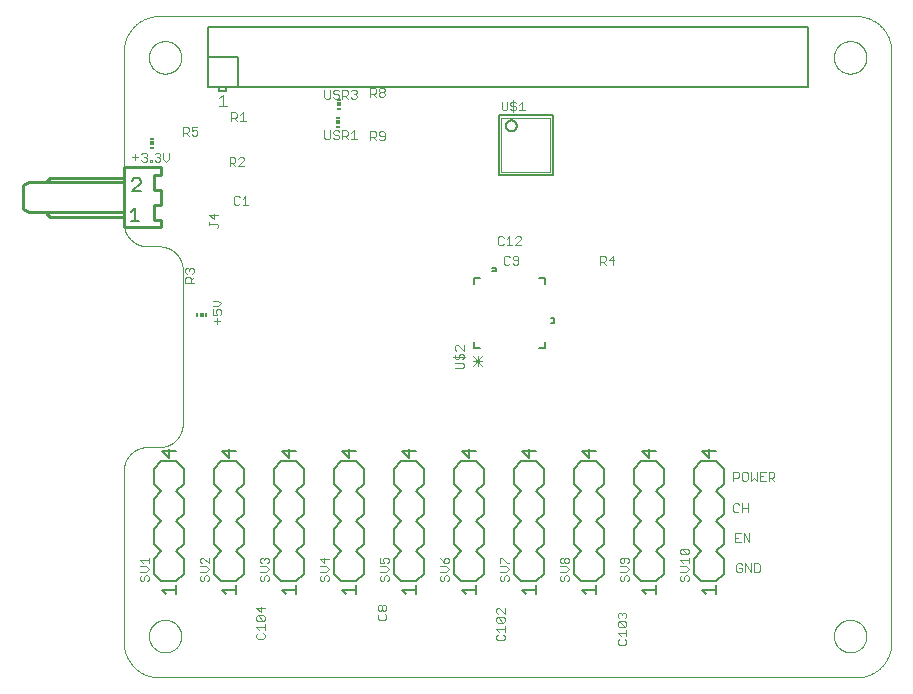
<source format=gto>
G75*
%MOIN*%
%OFA0B0*%
%FSLAX25Y25*%
%IPPOS*%
%LPD*%
%AMOC8*
5,1,8,0,0,1.08239X$1,22.5*
%
%ADD10C,0.00300*%
%ADD11C,0.00000*%
%ADD12C,0.00500*%
%ADD13C,0.00400*%
%ADD14C,0.00600*%
%ADD15R,0.01181X0.00591*%
%ADD16R,0.01181X0.01181*%
%ADD17C,0.01000*%
%ADD18C,0.00700*%
%ADD19R,0.00591X0.01181*%
%ADD20C,0.00200*%
D10*
X0040448Y0037634D02*
X0040931Y0037150D01*
X0041415Y0037150D01*
X0041899Y0037634D01*
X0041899Y0038601D01*
X0042383Y0039085D01*
X0042866Y0039085D01*
X0043350Y0038601D01*
X0043350Y0037634D01*
X0042866Y0037150D01*
X0040448Y0037634D02*
X0040448Y0038601D01*
X0040931Y0039085D01*
X0040448Y0040097D02*
X0042383Y0040097D01*
X0043350Y0041064D01*
X0042383Y0042031D01*
X0040448Y0042031D01*
X0041415Y0043043D02*
X0040448Y0044011D01*
X0043350Y0044011D01*
X0043350Y0044978D02*
X0043350Y0043043D01*
X0060448Y0043527D02*
X0060931Y0043043D01*
X0060448Y0043527D02*
X0060448Y0044494D01*
X0060931Y0044978D01*
X0061415Y0044978D01*
X0063350Y0043043D01*
X0063350Y0044978D01*
X0062383Y0042031D02*
X0060448Y0042031D01*
X0060448Y0040097D02*
X0062383Y0040097D01*
X0063350Y0041064D01*
X0062383Y0042031D01*
X0062383Y0039085D02*
X0062866Y0039085D01*
X0063350Y0038601D01*
X0063350Y0037634D01*
X0062866Y0037150D01*
X0061899Y0037634D02*
X0061899Y0038601D01*
X0062383Y0039085D01*
X0060931Y0039085D02*
X0060448Y0038601D01*
X0060448Y0037634D01*
X0060931Y0037150D01*
X0061415Y0037150D01*
X0061899Y0037634D01*
X0080448Y0037634D02*
X0080931Y0037150D01*
X0081415Y0037150D01*
X0081899Y0037634D01*
X0081899Y0038601D01*
X0082383Y0039085D01*
X0082866Y0039085D01*
X0083350Y0038601D01*
X0083350Y0037634D01*
X0082866Y0037150D01*
X0080448Y0037634D02*
X0080448Y0038601D01*
X0080931Y0039085D01*
X0080448Y0040097D02*
X0082383Y0040097D01*
X0083350Y0041064D01*
X0082383Y0042031D01*
X0080448Y0042031D01*
X0080931Y0043043D02*
X0080448Y0043527D01*
X0080448Y0044494D01*
X0080931Y0044978D01*
X0081415Y0044978D01*
X0081899Y0044494D01*
X0082383Y0044978D01*
X0082866Y0044978D01*
X0083350Y0044494D01*
X0083350Y0043527D01*
X0082866Y0043043D01*
X0081899Y0044011D02*
X0081899Y0044494D01*
X0100448Y0044494D02*
X0101899Y0043043D01*
X0101899Y0044978D01*
X0103350Y0044494D02*
X0100448Y0044494D01*
X0100448Y0042031D02*
X0102383Y0042031D01*
X0103350Y0041064D01*
X0102383Y0040097D01*
X0100448Y0040097D01*
X0100931Y0039085D02*
X0100448Y0038601D01*
X0100448Y0037634D01*
X0100931Y0037150D01*
X0101415Y0037150D01*
X0101899Y0037634D01*
X0101899Y0038601D01*
X0102383Y0039085D01*
X0102866Y0039085D01*
X0103350Y0038601D01*
X0103350Y0037634D01*
X0102866Y0037150D01*
X0119648Y0028655D02*
X0120131Y0029138D01*
X0120615Y0029138D01*
X0121099Y0028655D01*
X0121099Y0027687D01*
X0120615Y0027203D01*
X0120131Y0027203D01*
X0119648Y0027687D01*
X0119648Y0028655D01*
X0121099Y0028655D02*
X0121583Y0029138D01*
X0122066Y0029138D01*
X0122550Y0028655D01*
X0122550Y0027687D01*
X0122066Y0027203D01*
X0121583Y0027203D01*
X0121099Y0027687D01*
X0122066Y0026192D02*
X0122550Y0025708D01*
X0122550Y0024741D01*
X0122066Y0024257D01*
X0120131Y0024257D01*
X0119648Y0024741D01*
X0119648Y0025708D01*
X0120131Y0026192D01*
X0120931Y0037150D02*
X0121415Y0037150D01*
X0121899Y0037634D01*
X0121899Y0038601D01*
X0122383Y0039085D01*
X0122866Y0039085D01*
X0123350Y0038601D01*
X0123350Y0037634D01*
X0122866Y0037150D01*
X0120931Y0037150D02*
X0120448Y0037634D01*
X0120448Y0038601D01*
X0120931Y0039085D01*
X0120448Y0040097D02*
X0122383Y0040097D01*
X0123350Y0041064D01*
X0122383Y0042031D01*
X0120448Y0042031D01*
X0120448Y0043043D02*
X0121899Y0043043D01*
X0121415Y0044011D01*
X0121415Y0044494D01*
X0121899Y0044978D01*
X0122866Y0044978D01*
X0123350Y0044494D01*
X0123350Y0043527D01*
X0122866Y0043043D01*
X0120448Y0043043D02*
X0120448Y0044978D01*
X0140448Y0044978D02*
X0140931Y0044011D01*
X0141899Y0043043D01*
X0141899Y0044494D01*
X0142383Y0044978D01*
X0142866Y0044978D01*
X0143350Y0044494D01*
X0143350Y0043527D01*
X0142866Y0043043D01*
X0141899Y0043043D01*
X0142383Y0042031D02*
X0140448Y0042031D01*
X0140448Y0040097D02*
X0142383Y0040097D01*
X0143350Y0041064D01*
X0142383Y0042031D01*
X0142383Y0039085D02*
X0142866Y0039085D01*
X0143350Y0038601D01*
X0143350Y0037634D01*
X0142866Y0037150D01*
X0141899Y0037634D02*
X0141899Y0038601D01*
X0142383Y0039085D01*
X0140931Y0039085D02*
X0140448Y0038601D01*
X0140448Y0037634D01*
X0140931Y0037150D01*
X0141415Y0037150D01*
X0141899Y0037634D01*
X0160448Y0037634D02*
X0160931Y0037150D01*
X0161415Y0037150D01*
X0161899Y0037634D01*
X0161899Y0038601D01*
X0162383Y0039085D01*
X0162866Y0039085D01*
X0163350Y0038601D01*
X0163350Y0037634D01*
X0162866Y0037150D01*
X0160448Y0037634D02*
X0160448Y0038601D01*
X0160931Y0039085D01*
X0160448Y0040097D02*
X0162383Y0040097D01*
X0163350Y0041064D01*
X0162383Y0042031D01*
X0160448Y0042031D01*
X0160448Y0043043D02*
X0160448Y0044978D01*
X0160931Y0044978D01*
X0162866Y0043043D01*
X0163350Y0043043D01*
X0162050Y0028138D02*
X0162050Y0026203D01*
X0160115Y0028138D01*
X0159631Y0028138D01*
X0159148Y0027655D01*
X0159148Y0026687D01*
X0159631Y0026203D01*
X0159631Y0025192D02*
X0161566Y0023257D01*
X0162050Y0023741D01*
X0162050Y0024708D01*
X0161566Y0025192D01*
X0159631Y0025192D01*
X0159148Y0024708D01*
X0159148Y0023741D01*
X0159631Y0023257D01*
X0161566Y0023257D01*
X0162050Y0022245D02*
X0162050Y0020310D01*
X0162050Y0021278D02*
X0159148Y0021278D01*
X0160115Y0020310D01*
X0159631Y0019299D02*
X0159148Y0018815D01*
X0159148Y0017848D01*
X0159631Y0017364D01*
X0161566Y0017364D01*
X0162050Y0017848D01*
X0162050Y0018815D01*
X0161566Y0019299D01*
X0180448Y0037634D02*
X0180931Y0037150D01*
X0181415Y0037150D01*
X0181899Y0037634D01*
X0181899Y0038601D01*
X0182383Y0039085D01*
X0182866Y0039085D01*
X0183350Y0038601D01*
X0183350Y0037634D01*
X0182866Y0037150D01*
X0180448Y0037634D02*
X0180448Y0038601D01*
X0180931Y0039085D01*
X0180448Y0040097D02*
X0182383Y0040097D01*
X0183350Y0041064D01*
X0182383Y0042031D01*
X0180448Y0042031D01*
X0180931Y0043043D02*
X0181415Y0043043D01*
X0181899Y0043527D01*
X0181899Y0044494D01*
X0182383Y0044978D01*
X0182866Y0044978D01*
X0183350Y0044494D01*
X0183350Y0043527D01*
X0182866Y0043043D01*
X0182383Y0043043D01*
X0181899Y0043527D01*
X0181899Y0044494D02*
X0181415Y0044978D01*
X0180931Y0044978D01*
X0180448Y0044494D01*
X0180448Y0043527D01*
X0180931Y0043043D01*
X0200448Y0043527D02*
X0200931Y0043043D01*
X0201415Y0043043D01*
X0201899Y0043527D01*
X0201899Y0044978D01*
X0202866Y0044978D02*
X0200931Y0044978D01*
X0200448Y0044494D01*
X0200448Y0043527D01*
X0200448Y0042031D02*
X0202383Y0042031D01*
X0203350Y0041064D01*
X0202383Y0040097D01*
X0200448Y0040097D01*
X0200931Y0039085D02*
X0200448Y0038601D01*
X0200448Y0037634D01*
X0200931Y0037150D01*
X0201415Y0037150D01*
X0201899Y0037634D01*
X0201899Y0038601D01*
X0202383Y0039085D01*
X0202866Y0039085D01*
X0203350Y0038601D01*
X0203350Y0037634D01*
X0202866Y0037150D01*
X0202866Y0043043D02*
X0203350Y0043527D01*
X0203350Y0044494D01*
X0202866Y0044978D01*
X0220448Y0044011D02*
X0221415Y0043043D01*
X0220448Y0044011D02*
X0223350Y0044011D01*
X0223350Y0044978D02*
X0223350Y0043043D01*
X0222383Y0042031D02*
X0220448Y0042031D01*
X0220448Y0040097D02*
X0222383Y0040097D01*
X0223350Y0041064D01*
X0222383Y0042031D01*
X0222383Y0039085D02*
X0222866Y0039085D01*
X0223350Y0038601D01*
X0223350Y0037634D01*
X0222866Y0037150D01*
X0221899Y0037634D02*
X0221899Y0038601D01*
X0222383Y0039085D01*
X0220931Y0039085D02*
X0220448Y0038601D01*
X0220448Y0037634D01*
X0220931Y0037150D01*
X0221415Y0037150D01*
X0221899Y0037634D01*
X0222866Y0045990D02*
X0220931Y0047925D01*
X0222866Y0047925D01*
X0223350Y0047441D01*
X0223350Y0046473D01*
X0222866Y0045990D01*
X0220931Y0045990D01*
X0220448Y0046473D01*
X0220448Y0047441D01*
X0220931Y0047925D01*
X0238650Y0050150D02*
X0240585Y0050150D01*
X0241597Y0050150D02*
X0241597Y0053052D01*
X0243531Y0050150D01*
X0243531Y0053052D01*
X0240585Y0053052D02*
X0238650Y0053052D01*
X0238650Y0050150D01*
X0238650Y0051601D02*
X0239617Y0051601D01*
X0239634Y0043052D02*
X0239150Y0042569D01*
X0239150Y0040634D01*
X0239634Y0040150D01*
X0240601Y0040150D01*
X0241085Y0040634D01*
X0241085Y0041601D01*
X0240117Y0041601D01*
X0241085Y0042569D02*
X0240601Y0043052D01*
X0239634Y0043052D01*
X0242097Y0043052D02*
X0242097Y0040150D01*
X0244031Y0040150D02*
X0242097Y0043052D01*
X0244031Y0043052D02*
X0244031Y0040150D01*
X0245043Y0040150D02*
X0246494Y0040150D01*
X0246978Y0040634D01*
X0246978Y0042569D01*
X0246494Y0043052D01*
X0245043Y0043052D01*
X0245043Y0040150D01*
X0243031Y0060150D02*
X0243031Y0063052D01*
X0243031Y0061601D02*
X0241097Y0061601D01*
X0240085Y0060634D02*
X0239601Y0060150D01*
X0238634Y0060150D01*
X0238150Y0060634D01*
X0238150Y0062569D01*
X0238634Y0063052D01*
X0239601Y0063052D01*
X0240085Y0062569D01*
X0241097Y0063052D02*
X0241097Y0060150D01*
X0241580Y0070650D02*
X0242548Y0070650D01*
X0243031Y0071134D01*
X0243031Y0073069D01*
X0242548Y0073552D01*
X0241580Y0073552D01*
X0241097Y0073069D01*
X0241097Y0071134D01*
X0241580Y0070650D01*
X0240085Y0072101D02*
X0239601Y0071617D01*
X0238150Y0071617D01*
X0238150Y0070650D02*
X0238150Y0073552D01*
X0239601Y0073552D01*
X0240085Y0073069D01*
X0240085Y0072101D01*
X0244043Y0070650D02*
X0245011Y0071617D01*
X0245978Y0070650D01*
X0245978Y0073552D01*
X0246990Y0073552D02*
X0246990Y0070650D01*
X0248925Y0070650D01*
X0249936Y0070650D02*
X0249936Y0073552D01*
X0251387Y0073552D01*
X0251871Y0073069D01*
X0251871Y0072101D01*
X0251387Y0071617D01*
X0249936Y0071617D01*
X0250904Y0071617D02*
X0251871Y0070650D01*
X0247957Y0072101D02*
X0246990Y0072101D01*
X0246990Y0073552D02*
X0248925Y0073552D01*
X0244043Y0073552D02*
X0244043Y0070650D01*
X0202066Y0026638D02*
X0202550Y0026155D01*
X0202550Y0025187D01*
X0202066Y0024703D01*
X0202066Y0023692D02*
X0202550Y0023208D01*
X0202550Y0022241D01*
X0202066Y0021757D01*
X0200131Y0023692D01*
X0202066Y0023692D01*
X0200131Y0023692D02*
X0199648Y0023208D01*
X0199648Y0022241D01*
X0200131Y0021757D01*
X0202066Y0021757D01*
X0202550Y0020745D02*
X0202550Y0018810D01*
X0202550Y0019778D02*
X0199648Y0019778D01*
X0200615Y0018810D01*
X0200131Y0017799D02*
X0199648Y0017315D01*
X0199648Y0016348D01*
X0200131Y0015864D01*
X0202066Y0015864D01*
X0202550Y0016348D01*
X0202550Y0017315D01*
X0202066Y0017799D01*
X0200131Y0024703D02*
X0199648Y0025187D01*
X0199648Y0026155D01*
X0200131Y0026638D01*
X0200615Y0026638D01*
X0201099Y0026155D01*
X0201583Y0026638D01*
X0202066Y0026638D01*
X0201099Y0026155D02*
X0201099Y0025671D01*
X0154566Y0108850D02*
X0151430Y0111986D01*
X0151430Y0110418D02*
X0154566Y0110418D01*
X0154566Y0111986D02*
X0151430Y0108850D01*
X0152998Y0108850D02*
X0152998Y0111986D01*
X0148734Y0111964D02*
X0144864Y0111964D01*
X0145348Y0112448D02*
X0145831Y0112931D01*
X0145348Y0112448D02*
X0145348Y0111480D01*
X0145831Y0110997D01*
X0146315Y0110997D01*
X0146799Y0111480D01*
X0146799Y0112448D01*
X0147283Y0112931D01*
X0147766Y0112931D01*
X0148250Y0112448D01*
X0148250Y0111480D01*
X0147766Y0110997D01*
X0147766Y0109985D02*
X0145348Y0109985D01*
X0145348Y0108050D02*
X0147766Y0108050D01*
X0148250Y0108534D01*
X0148250Y0109501D01*
X0147766Y0109985D01*
X0148250Y0113943D02*
X0146315Y0115878D01*
X0145831Y0115878D01*
X0145348Y0115394D01*
X0145348Y0114427D01*
X0145831Y0113943D01*
X0148250Y0113943D02*
X0148250Y0115878D01*
X0162134Y0142650D02*
X0161650Y0143134D01*
X0161650Y0145069D01*
X0162134Y0145552D01*
X0163101Y0145552D01*
X0163585Y0145069D01*
X0164597Y0145069D02*
X0164597Y0144585D01*
X0165080Y0144101D01*
X0166531Y0144101D01*
X0166531Y0143134D02*
X0166531Y0145069D01*
X0166048Y0145552D01*
X0165080Y0145552D01*
X0164597Y0145069D01*
X0164597Y0143134D02*
X0165080Y0142650D01*
X0166048Y0142650D01*
X0166531Y0143134D01*
X0163585Y0143134D02*
X0163101Y0142650D01*
X0162134Y0142650D01*
X0162597Y0149150D02*
X0164531Y0149150D01*
X0163564Y0149150D02*
X0163564Y0152052D01*
X0162597Y0151085D01*
X0161585Y0151569D02*
X0161101Y0152052D01*
X0160134Y0152052D01*
X0159650Y0151569D01*
X0159650Y0149634D01*
X0160134Y0149150D01*
X0161101Y0149150D01*
X0161585Y0149634D01*
X0165543Y0149150D02*
X0167478Y0151085D01*
X0167478Y0151569D01*
X0166994Y0152052D01*
X0166027Y0152052D01*
X0165543Y0151569D01*
X0165543Y0149150D02*
X0167478Y0149150D01*
X0193650Y0145552D02*
X0193650Y0142650D01*
X0193650Y0143617D02*
X0195101Y0143617D01*
X0195585Y0144101D01*
X0195585Y0145069D01*
X0195101Y0145552D01*
X0193650Y0145552D01*
X0194617Y0143617D02*
X0195585Y0142650D01*
X0196597Y0144101D02*
X0198531Y0144101D01*
X0198048Y0142650D02*
X0198048Y0145552D01*
X0196597Y0144101D01*
X0168778Y0194050D02*
X0166843Y0194050D01*
X0167811Y0194050D02*
X0167811Y0196952D01*
X0166843Y0195985D01*
X0165831Y0196469D02*
X0165348Y0196952D01*
X0164380Y0196952D01*
X0163897Y0196469D01*
X0163897Y0195985D01*
X0164380Y0195501D01*
X0165348Y0195501D01*
X0165831Y0195017D01*
X0165831Y0194534D01*
X0165348Y0194050D01*
X0164380Y0194050D01*
X0163897Y0194534D01*
X0162885Y0194534D02*
X0162885Y0196952D01*
X0160950Y0196952D02*
X0160950Y0194534D01*
X0161434Y0194050D01*
X0162401Y0194050D01*
X0162885Y0194534D01*
X0164864Y0193566D02*
X0164864Y0197436D01*
X0122031Y0199134D02*
X0121548Y0198650D01*
X0120580Y0198650D01*
X0120097Y0199134D01*
X0120097Y0199617D01*
X0120580Y0200101D01*
X0121548Y0200101D01*
X0122031Y0199617D01*
X0122031Y0199134D01*
X0121548Y0200101D02*
X0122031Y0200585D01*
X0122031Y0201069D01*
X0121548Y0201552D01*
X0120580Y0201552D01*
X0120097Y0201069D01*
X0120097Y0200585D01*
X0120580Y0200101D01*
X0119085Y0200101D02*
X0118601Y0199617D01*
X0117150Y0199617D01*
X0117150Y0198650D02*
X0117150Y0201552D01*
X0118601Y0201552D01*
X0119085Y0201069D01*
X0119085Y0200101D01*
X0118117Y0199617D02*
X0119085Y0198650D01*
X0112638Y0198434D02*
X0112155Y0197950D01*
X0111187Y0197950D01*
X0110703Y0198434D01*
X0109692Y0197950D02*
X0108724Y0198917D01*
X0109208Y0198917D02*
X0107757Y0198917D01*
X0107757Y0197950D02*
X0107757Y0200852D01*
X0109208Y0200852D01*
X0109692Y0200369D01*
X0109692Y0199401D01*
X0109208Y0198917D01*
X0110703Y0200369D02*
X0111187Y0200852D01*
X0112155Y0200852D01*
X0112638Y0200369D01*
X0112638Y0199885D01*
X0112155Y0199401D01*
X0112638Y0198917D01*
X0112638Y0198434D01*
X0112155Y0199401D02*
X0111671Y0199401D01*
X0106745Y0198917D02*
X0106745Y0198434D01*
X0106262Y0197950D01*
X0105294Y0197950D01*
X0104810Y0198434D01*
X0103799Y0198434D02*
X0103799Y0200852D01*
X0104810Y0200369D02*
X0104810Y0199885D01*
X0105294Y0199401D01*
X0106262Y0199401D01*
X0106745Y0198917D01*
X0106745Y0200369D02*
X0106262Y0200852D01*
X0105294Y0200852D01*
X0104810Y0200369D01*
X0103799Y0198434D02*
X0103315Y0197950D01*
X0102348Y0197950D01*
X0101864Y0198434D01*
X0101864Y0200852D01*
X0101864Y0187352D02*
X0101864Y0184934D01*
X0102348Y0184450D01*
X0103315Y0184450D01*
X0103799Y0184934D01*
X0103799Y0187352D01*
X0104810Y0186869D02*
X0104810Y0186385D01*
X0105294Y0185901D01*
X0106262Y0185901D01*
X0106745Y0185417D01*
X0106745Y0184934D01*
X0106262Y0184450D01*
X0105294Y0184450D01*
X0104810Y0184934D01*
X0104810Y0186869D02*
X0105294Y0187352D01*
X0106262Y0187352D01*
X0106745Y0186869D01*
X0107757Y0187352D02*
X0109208Y0187352D01*
X0109692Y0186869D01*
X0109692Y0185901D01*
X0109208Y0185417D01*
X0107757Y0185417D01*
X0107757Y0184450D02*
X0107757Y0187352D01*
X0108724Y0185417D02*
X0109692Y0184450D01*
X0110703Y0184450D02*
X0112638Y0184450D01*
X0111671Y0184450D02*
X0111671Y0187352D01*
X0110703Y0186385D01*
X0117150Y0187052D02*
X0117150Y0184150D01*
X0117150Y0185117D02*
X0118601Y0185117D01*
X0119085Y0185601D01*
X0119085Y0186569D01*
X0118601Y0187052D01*
X0117150Y0187052D01*
X0118117Y0185117D02*
X0119085Y0184150D01*
X0120097Y0184634D02*
X0120580Y0184150D01*
X0121548Y0184150D01*
X0122031Y0184634D01*
X0122031Y0186569D01*
X0121548Y0187052D01*
X0120580Y0187052D01*
X0120097Y0186569D01*
X0120097Y0186085D01*
X0120580Y0185601D01*
X0122031Y0185601D01*
X0075638Y0190450D02*
X0073703Y0190450D01*
X0074671Y0190450D02*
X0074671Y0193352D01*
X0073703Y0192385D01*
X0072692Y0192869D02*
X0072692Y0191901D01*
X0072208Y0191417D01*
X0070757Y0191417D01*
X0070757Y0190450D02*
X0070757Y0193352D01*
X0072208Y0193352D01*
X0072692Y0192869D01*
X0071724Y0191417D02*
X0072692Y0190450D01*
X0071708Y0178352D02*
X0072192Y0177869D01*
X0072192Y0176901D01*
X0071708Y0176417D01*
X0070257Y0176417D01*
X0070257Y0175450D02*
X0070257Y0178352D01*
X0071708Y0178352D01*
X0073203Y0177869D02*
X0073687Y0178352D01*
X0074655Y0178352D01*
X0075138Y0177869D01*
X0075138Y0177385D01*
X0073203Y0175450D01*
X0075138Y0175450D01*
X0072192Y0175450D02*
X0071224Y0176417D01*
X0072134Y0165552D02*
X0071650Y0165069D01*
X0071650Y0163134D01*
X0072134Y0162650D01*
X0073101Y0162650D01*
X0073585Y0163134D01*
X0074597Y0162650D02*
X0076531Y0162650D01*
X0075564Y0162650D02*
X0075564Y0165552D01*
X0074597Y0164585D01*
X0073585Y0165069D02*
X0073101Y0165552D01*
X0072134Y0165552D01*
X0066456Y0159154D02*
X0063553Y0159154D01*
X0065005Y0157702D01*
X0065005Y0159637D01*
X0063553Y0156691D02*
X0063553Y0155723D01*
X0063553Y0156207D02*
X0065972Y0156207D01*
X0066456Y0155723D01*
X0066456Y0155240D01*
X0065972Y0154756D01*
X0057866Y0141531D02*
X0058350Y0141048D01*
X0058350Y0140080D01*
X0057866Y0139597D01*
X0058350Y0138585D02*
X0057383Y0137617D01*
X0057383Y0138101D02*
X0057383Y0136650D01*
X0058350Y0136650D02*
X0055448Y0136650D01*
X0055448Y0138101D01*
X0055931Y0138585D01*
X0056899Y0138585D01*
X0057383Y0138101D01*
X0055931Y0139597D02*
X0055448Y0140080D01*
X0055448Y0141048D01*
X0055931Y0141531D01*
X0056415Y0141531D01*
X0056899Y0141048D01*
X0057383Y0141531D01*
X0057866Y0141531D01*
X0056899Y0141048D02*
X0056899Y0140564D01*
X0064648Y0130638D02*
X0066583Y0130638D01*
X0067550Y0129671D01*
X0066583Y0128703D01*
X0064648Y0128703D01*
X0064648Y0127692D02*
X0064648Y0125757D01*
X0066099Y0125757D01*
X0065615Y0126724D01*
X0065615Y0127208D01*
X0066099Y0127692D01*
X0067066Y0127692D01*
X0067550Y0127208D01*
X0067550Y0126241D01*
X0067066Y0125757D01*
X0066099Y0124745D02*
X0066099Y0122810D01*
X0065131Y0123778D02*
X0067066Y0123778D01*
X0049171Y0176950D02*
X0050138Y0177917D01*
X0050138Y0179852D01*
X0048203Y0179852D02*
X0048203Y0177917D01*
X0049171Y0176950D01*
X0047192Y0177434D02*
X0046708Y0176950D01*
X0045741Y0176950D01*
X0045257Y0177434D01*
X0044267Y0177434D02*
X0044267Y0176950D01*
X0043784Y0176950D01*
X0043784Y0177434D01*
X0044267Y0177434D01*
X0042772Y0177434D02*
X0042288Y0176950D01*
X0041321Y0176950D01*
X0040837Y0177434D01*
X0041805Y0178401D02*
X0042288Y0178401D01*
X0042772Y0177917D01*
X0042772Y0177434D01*
X0042288Y0178401D02*
X0042772Y0178885D01*
X0042772Y0179369D01*
X0042288Y0179852D01*
X0041321Y0179852D01*
X0040837Y0179369D01*
X0039826Y0178401D02*
X0037891Y0178401D01*
X0038858Y0177434D02*
X0038858Y0179369D01*
X0045257Y0179369D02*
X0045741Y0179852D01*
X0046708Y0179852D01*
X0047192Y0179369D01*
X0047192Y0178885D01*
X0046708Y0178401D01*
X0047192Y0177917D01*
X0047192Y0177434D01*
X0046708Y0178401D02*
X0046224Y0178401D01*
X0054650Y0185650D02*
X0054650Y0188552D01*
X0056101Y0188552D01*
X0056585Y0188069D01*
X0056585Y0187101D01*
X0056101Y0186617D01*
X0054650Y0186617D01*
X0055617Y0186617D02*
X0056585Y0185650D01*
X0057597Y0186134D02*
X0058080Y0185650D01*
X0059048Y0185650D01*
X0059531Y0186134D01*
X0059531Y0187101D01*
X0059048Y0187585D01*
X0058564Y0187585D01*
X0057597Y0187101D01*
X0057597Y0188552D01*
X0059531Y0188552D01*
X0080599Y0028638D02*
X0080599Y0026703D01*
X0079148Y0028155D01*
X0082050Y0028155D01*
X0081566Y0025692D02*
X0079631Y0025692D01*
X0081566Y0023757D01*
X0082050Y0024241D01*
X0082050Y0025208D01*
X0081566Y0025692D01*
X0079631Y0025692D02*
X0079148Y0025208D01*
X0079148Y0024241D01*
X0079631Y0023757D01*
X0081566Y0023757D01*
X0082050Y0022745D02*
X0082050Y0020810D01*
X0082050Y0021778D02*
X0079148Y0021778D01*
X0080115Y0020810D01*
X0079631Y0019799D02*
X0079148Y0019315D01*
X0079148Y0018348D01*
X0079631Y0017864D01*
X0081566Y0017864D01*
X0082050Y0018348D01*
X0082050Y0019315D01*
X0081566Y0019799D01*
D11*
X0035000Y0016811D02*
X0035000Y0073898D01*
X0035002Y0074088D01*
X0035009Y0074278D01*
X0035021Y0074468D01*
X0035037Y0074658D01*
X0035057Y0074847D01*
X0035083Y0075036D01*
X0035112Y0075224D01*
X0035147Y0075411D01*
X0035186Y0075597D01*
X0035229Y0075782D01*
X0035277Y0075967D01*
X0035329Y0076150D01*
X0035385Y0076331D01*
X0035446Y0076511D01*
X0035512Y0076690D01*
X0035581Y0076867D01*
X0035655Y0077043D01*
X0035733Y0077216D01*
X0035816Y0077388D01*
X0035902Y0077557D01*
X0035992Y0077725D01*
X0036087Y0077890D01*
X0036185Y0078053D01*
X0036288Y0078213D01*
X0036394Y0078371D01*
X0036504Y0078526D01*
X0036617Y0078679D01*
X0036735Y0078829D01*
X0036856Y0078975D01*
X0036980Y0079119D01*
X0037108Y0079260D01*
X0037239Y0079398D01*
X0037374Y0079533D01*
X0037512Y0079664D01*
X0037653Y0079792D01*
X0037797Y0079916D01*
X0037943Y0080037D01*
X0038093Y0080155D01*
X0038246Y0080268D01*
X0038401Y0080378D01*
X0038559Y0080484D01*
X0038719Y0080587D01*
X0038882Y0080685D01*
X0039047Y0080780D01*
X0039215Y0080870D01*
X0039384Y0080956D01*
X0039556Y0081039D01*
X0039729Y0081117D01*
X0039905Y0081191D01*
X0040082Y0081260D01*
X0040261Y0081326D01*
X0040441Y0081387D01*
X0040622Y0081443D01*
X0040805Y0081495D01*
X0040990Y0081543D01*
X0041175Y0081586D01*
X0041361Y0081625D01*
X0041548Y0081660D01*
X0041736Y0081689D01*
X0041925Y0081715D01*
X0042114Y0081735D01*
X0042304Y0081751D01*
X0042494Y0081763D01*
X0042684Y0081770D01*
X0042874Y0081772D01*
X0046811Y0081772D01*
X0047001Y0081774D01*
X0047191Y0081781D01*
X0047381Y0081793D01*
X0047571Y0081809D01*
X0047760Y0081829D01*
X0047949Y0081855D01*
X0048137Y0081884D01*
X0048324Y0081919D01*
X0048510Y0081958D01*
X0048695Y0082001D01*
X0048880Y0082049D01*
X0049063Y0082101D01*
X0049244Y0082157D01*
X0049424Y0082218D01*
X0049603Y0082284D01*
X0049780Y0082353D01*
X0049956Y0082427D01*
X0050129Y0082505D01*
X0050301Y0082588D01*
X0050470Y0082674D01*
X0050638Y0082764D01*
X0050803Y0082859D01*
X0050966Y0082957D01*
X0051126Y0083060D01*
X0051284Y0083166D01*
X0051439Y0083276D01*
X0051592Y0083389D01*
X0051742Y0083507D01*
X0051888Y0083628D01*
X0052032Y0083752D01*
X0052173Y0083880D01*
X0052311Y0084011D01*
X0052446Y0084146D01*
X0052577Y0084284D01*
X0052705Y0084425D01*
X0052829Y0084569D01*
X0052950Y0084715D01*
X0053068Y0084865D01*
X0053181Y0085018D01*
X0053291Y0085173D01*
X0053397Y0085331D01*
X0053500Y0085491D01*
X0053598Y0085654D01*
X0053693Y0085819D01*
X0053783Y0085987D01*
X0053869Y0086156D01*
X0053952Y0086328D01*
X0054030Y0086501D01*
X0054104Y0086677D01*
X0054173Y0086854D01*
X0054239Y0087033D01*
X0054300Y0087213D01*
X0054356Y0087394D01*
X0054408Y0087577D01*
X0054456Y0087762D01*
X0054499Y0087947D01*
X0054538Y0088133D01*
X0054573Y0088320D01*
X0054602Y0088508D01*
X0054628Y0088697D01*
X0054648Y0088886D01*
X0054664Y0089076D01*
X0054676Y0089266D01*
X0054683Y0089456D01*
X0054685Y0089646D01*
X0054685Y0140827D01*
X0054683Y0141017D01*
X0054676Y0141207D01*
X0054664Y0141397D01*
X0054648Y0141587D01*
X0054628Y0141776D01*
X0054602Y0141965D01*
X0054573Y0142153D01*
X0054538Y0142340D01*
X0054499Y0142526D01*
X0054456Y0142711D01*
X0054408Y0142896D01*
X0054356Y0143079D01*
X0054300Y0143260D01*
X0054239Y0143440D01*
X0054173Y0143619D01*
X0054104Y0143796D01*
X0054030Y0143972D01*
X0053952Y0144145D01*
X0053869Y0144317D01*
X0053783Y0144486D01*
X0053693Y0144654D01*
X0053598Y0144819D01*
X0053500Y0144982D01*
X0053397Y0145142D01*
X0053291Y0145300D01*
X0053181Y0145455D01*
X0053068Y0145608D01*
X0052950Y0145758D01*
X0052829Y0145904D01*
X0052705Y0146048D01*
X0052577Y0146189D01*
X0052446Y0146327D01*
X0052311Y0146462D01*
X0052173Y0146593D01*
X0052032Y0146721D01*
X0051888Y0146845D01*
X0051742Y0146966D01*
X0051592Y0147084D01*
X0051439Y0147197D01*
X0051284Y0147307D01*
X0051126Y0147413D01*
X0050966Y0147516D01*
X0050803Y0147614D01*
X0050638Y0147709D01*
X0050470Y0147799D01*
X0050301Y0147885D01*
X0050129Y0147968D01*
X0049956Y0148046D01*
X0049780Y0148120D01*
X0049603Y0148189D01*
X0049424Y0148255D01*
X0049244Y0148316D01*
X0049063Y0148372D01*
X0048880Y0148424D01*
X0048695Y0148472D01*
X0048510Y0148515D01*
X0048324Y0148554D01*
X0048137Y0148589D01*
X0047949Y0148618D01*
X0047760Y0148644D01*
X0047571Y0148664D01*
X0047381Y0148680D01*
X0047191Y0148692D01*
X0047001Y0148699D01*
X0046811Y0148701D01*
X0042874Y0148701D01*
X0042684Y0148703D01*
X0042494Y0148710D01*
X0042304Y0148722D01*
X0042114Y0148738D01*
X0041925Y0148758D01*
X0041736Y0148784D01*
X0041548Y0148813D01*
X0041361Y0148848D01*
X0041175Y0148887D01*
X0040990Y0148930D01*
X0040805Y0148978D01*
X0040622Y0149030D01*
X0040441Y0149086D01*
X0040261Y0149147D01*
X0040082Y0149213D01*
X0039905Y0149282D01*
X0039729Y0149356D01*
X0039556Y0149434D01*
X0039384Y0149517D01*
X0039215Y0149603D01*
X0039047Y0149693D01*
X0038882Y0149788D01*
X0038719Y0149886D01*
X0038559Y0149989D01*
X0038401Y0150095D01*
X0038246Y0150205D01*
X0038093Y0150318D01*
X0037943Y0150436D01*
X0037797Y0150557D01*
X0037653Y0150681D01*
X0037512Y0150809D01*
X0037374Y0150940D01*
X0037239Y0151075D01*
X0037108Y0151213D01*
X0036980Y0151354D01*
X0036856Y0151498D01*
X0036735Y0151644D01*
X0036617Y0151794D01*
X0036504Y0151947D01*
X0036394Y0152102D01*
X0036288Y0152260D01*
X0036185Y0152420D01*
X0036087Y0152583D01*
X0035992Y0152748D01*
X0035902Y0152916D01*
X0035816Y0153085D01*
X0035733Y0153257D01*
X0035655Y0153430D01*
X0035581Y0153606D01*
X0035512Y0153783D01*
X0035446Y0153962D01*
X0035385Y0154142D01*
X0035329Y0154323D01*
X0035277Y0154506D01*
X0035229Y0154691D01*
X0035186Y0154876D01*
X0035147Y0155062D01*
X0035112Y0155249D01*
X0035083Y0155437D01*
X0035057Y0155626D01*
X0035037Y0155815D01*
X0035021Y0156005D01*
X0035009Y0156195D01*
X0035002Y0156385D01*
X0035000Y0156575D01*
X0035000Y0213661D01*
X0035003Y0213946D01*
X0035014Y0214232D01*
X0035031Y0214517D01*
X0035055Y0214801D01*
X0035086Y0215085D01*
X0035124Y0215368D01*
X0035169Y0215649D01*
X0035220Y0215930D01*
X0035278Y0216210D01*
X0035343Y0216488D01*
X0035415Y0216764D01*
X0035493Y0217038D01*
X0035578Y0217311D01*
X0035670Y0217581D01*
X0035768Y0217849D01*
X0035872Y0218115D01*
X0035983Y0218378D01*
X0036100Y0218638D01*
X0036223Y0218896D01*
X0036353Y0219150D01*
X0036489Y0219401D01*
X0036630Y0219649D01*
X0036778Y0219893D01*
X0036931Y0220134D01*
X0037091Y0220370D01*
X0037256Y0220603D01*
X0037426Y0220832D01*
X0037602Y0221057D01*
X0037784Y0221277D01*
X0037970Y0221493D01*
X0038162Y0221704D01*
X0038359Y0221911D01*
X0038561Y0222113D01*
X0038768Y0222310D01*
X0038979Y0222502D01*
X0039195Y0222688D01*
X0039415Y0222870D01*
X0039640Y0223046D01*
X0039869Y0223216D01*
X0040102Y0223381D01*
X0040338Y0223541D01*
X0040579Y0223694D01*
X0040823Y0223842D01*
X0041071Y0223983D01*
X0041322Y0224119D01*
X0041576Y0224249D01*
X0041834Y0224372D01*
X0042094Y0224489D01*
X0042357Y0224600D01*
X0042623Y0224704D01*
X0042891Y0224802D01*
X0043161Y0224894D01*
X0043434Y0224979D01*
X0043708Y0225057D01*
X0043984Y0225129D01*
X0044262Y0225194D01*
X0044542Y0225252D01*
X0044823Y0225303D01*
X0045104Y0225348D01*
X0045387Y0225386D01*
X0045671Y0225417D01*
X0045955Y0225441D01*
X0046240Y0225458D01*
X0046526Y0225469D01*
X0046811Y0225472D01*
X0279094Y0225472D01*
X0279379Y0225469D01*
X0279665Y0225458D01*
X0279950Y0225441D01*
X0280234Y0225417D01*
X0280518Y0225386D01*
X0280801Y0225348D01*
X0281082Y0225303D01*
X0281363Y0225252D01*
X0281643Y0225194D01*
X0281921Y0225129D01*
X0282197Y0225057D01*
X0282471Y0224979D01*
X0282744Y0224894D01*
X0283014Y0224802D01*
X0283282Y0224704D01*
X0283548Y0224600D01*
X0283811Y0224489D01*
X0284071Y0224372D01*
X0284329Y0224249D01*
X0284583Y0224119D01*
X0284834Y0223983D01*
X0285082Y0223842D01*
X0285326Y0223694D01*
X0285567Y0223541D01*
X0285803Y0223381D01*
X0286036Y0223216D01*
X0286265Y0223046D01*
X0286490Y0222870D01*
X0286710Y0222688D01*
X0286926Y0222502D01*
X0287137Y0222310D01*
X0287344Y0222113D01*
X0287546Y0221911D01*
X0287743Y0221704D01*
X0287935Y0221493D01*
X0288121Y0221277D01*
X0288303Y0221057D01*
X0288479Y0220832D01*
X0288649Y0220603D01*
X0288814Y0220370D01*
X0288974Y0220134D01*
X0289127Y0219893D01*
X0289275Y0219649D01*
X0289416Y0219401D01*
X0289552Y0219150D01*
X0289682Y0218896D01*
X0289805Y0218638D01*
X0289922Y0218378D01*
X0290033Y0218115D01*
X0290137Y0217849D01*
X0290235Y0217581D01*
X0290327Y0217311D01*
X0290412Y0217038D01*
X0290490Y0216764D01*
X0290562Y0216488D01*
X0290627Y0216210D01*
X0290685Y0215930D01*
X0290736Y0215649D01*
X0290781Y0215368D01*
X0290819Y0215085D01*
X0290850Y0214801D01*
X0290874Y0214517D01*
X0290891Y0214232D01*
X0290902Y0213946D01*
X0290905Y0213661D01*
X0290906Y0213661D02*
X0290906Y0016811D01*
X0290905Y0016811D02*
X0290902Y0016526D01*
X0290891Y0016240D01*
X0290874Y0015955D01*
X0290850Y0015671D01*
X0290819Y0015387D01*
X0290781Y0015104D01*
X0290736Y0014823D01*
X0290685Y0014542D01*
X0290627Y0014262D01*
X0290562Y0013984D01*
X0290490Y0013708D01*
X0290412Y0013434D01*
X0290327Y0013161D01*
X0290235Y0012891D01*
X0290137Y0012623D01*
X0290033Y0012357D01*
X0289922Y0012094D01*
X0289805Y0011834D01*
X0289682Y0011576D01*
X0289552Y0011322D01*
X0289416Y0011071D01*
X0289275Y0010823D01*
X0289127Y0010579D01*
X0288974Y0010338D01*
X0288814Y0010102D01*
X0288649Y0009869D01*
X0288479Y0009640D01*
X0288303Y0009415D01*
X0288121Y0009195D01*
X0287935Y0008979D01*
X0287743Y0008768D01*
X0287546Y0008561D01*
X0287344Y0008359D01*
X0287137Y0008162D01*
X0286926Y0007970D01*
X0286710Y0007784D01*
X0286490Y0007602D01*
X0286265Y0007426D01*
X0286036Y0007256D01*
X0285803Y0007091D01*
X0285567Y0006931D01*
X0285326Y0006778D01*
X0285082Y0006630D01*
X0284834Y0006489D01*
X0284583Y0006353D01*
X0284329Y0006223D01*
X0284071Y0006100D01*
X0283811Y0005983D01*
X0283548Y0005872D01*
X0283282Y0005768D01*
X0283014Y0005670D01*
X0282744Y0005578D01*
X0282471Y0005493D01*
X0282197Y0005415D01*
X0281921Y0005343D01*
X0281643Y0005278D01*
X0281363Y0005220D01*
X0281082Y0005169D01*
X0280801Y0005124D01*
X0280518Y0005086D01*
X0280234Y0005055D01*
X0279950Y0005031D01*
X0279665Y0005014D01*
X0279379Y0005003D01*
X0279094Y0005000D01*
X0046811Y0005000D01*
X0046526Y0005003D01*
X0046240Y0005014D01*
X0045955Y0005031D01*
X0045671Y0005055D01*
X0045387Y0005086D01*
X0045104Y0005124D01*
X0044823Y0005169D01*
X0044542Y0005220D01*
X0044262Y0005278D01*
X0043984Y0005343D01*
X0043708Y0005415D01*
X0043434Y0005493D01*
X0043161Y0005578D01*
X0042891Y0005670D01*
X0042623Y0005768D01*
X0042357Y0005872D01*
X0042094Y0005983D01*
X0041834Y0006100D01*
X0041576Y0006223D01*
X0041322Y0006353D01*
X0041071Y0006489D01*
X0040823Y0006630D01*
X0040579Y0006778D01*
X0040338Y0006931D01*
X0040102Y0007091D01*
X0039869Y0007256D01*
X0039640Y0007426D01*
X0039415Y0007602D01*
X0039195Y0007784D01*
X0038979Y0007970D01*
X0038768Y0008162D01*
X0038561Y0008359D01*
X0038359Y0008561D01*
X0038162Y0008768D01*
X0037970Y0008979D01*
X0037784Y0009195D01*
X0037602Y0009415D01*
X0037426Y0009640D01*
X0037256Y0009869D01*
X0037091Y0010102D01*
X0036931Y0010338D01*
X0036778Y0010579D01*
X0036630Y0010823D01*
X0036489Y0011071D01*
X0036353Y0011322D01*
X0036223Y0011576D01*
X0036100Y0011834D01*
X0035983Y0012094D01*
X0035872Y0012357D01*
X0035768Y0012623D01*
X0035670Y0012891D01*
X0035578Y0013161D01*
X0035493Y0013434D01*
X0035415Y0013708D01*
X0035343Y0013984D01*
X0035278Y0014262D01*
X0035220Y0014542D01*
X0035169Y0014823D01*
X0035124Y0015104D01*
X0035086Y0015387D01*
X0035055Y0015671D01*
X0035031Y0015955D01*
X0035014Y0016240D01*
X0035003Y0016526D01*
X0035000Y0016811D01*
X0043367Y0018780D02*
X0043369Y0018927D01*
X0043375Y0019073D01*
X0043385Y0019219D01*
X0043399Y0019365D01*
X0043417Y0019511D01*
X0043438Y0019656D01*
X0043464Y0019800D01*
X0043494Y0019944D01*
X0043527Y0020086D01*
X0043564Y0020228D01*
X0043605Y0020369D01*
X0043650Y0020508D01*
X0043699Y0020647D01*
X0043751Y0020784D01*
X0043808Y0020919D01*
X0043867Y0021053D01*
X0043931Y0021185D01*
X0043998Y0021315D01*
X0044068Y0021444D01*
X0044142Y0021571D01*
X0044219Y0021695D01*
X0044300Y0021818D01*
X0044384Y0021938D01*
X0044471Y0022056D01*
X0044561Y0022171D01*
X0044654Y0022284D01*
X0044751Y0022395D01*
X0044850Y0022503D01*
X0044952Y0022608D01*
X0045057Y0022710D01*
X0045165Y0022809D01*
X0045276Y0022906D01*
X0045389Y0022999D01*
X0045504Y0023089D01*
X0045622Y0023176D01*
X0045742Y0023260D01*
X0045865Y0023341D01*
X0045989Y0023418D01*
X0046116Y0023492D01*
X0046245Y0023562D01*
X0046375Y0023629D01*
X0046507Y0023693D01*
X0046641Y0023752D01*
X0046776Y0023809D01*
X0046913Y0023861D01*
X0047052Y0023910D01*
X0047191Y0023955D01*
X0047332Y0023996D01*
X0047474Y0024033D01*
X0047616Y0024066D01*
X0047760Y0024096D01*
X0047904Y0024122D01*
X0048049Y0024143D01*
X0048195Y0024161D01*
X0048341Y0024175D01*
X0048487Y0024185D01*
X0048633Y0024191D01*
X0048780Y0024193D01*
X0048927Y0024191D01*
X0049073Y0024185D01*
X0049219Y0024175D01*
X0049365Y0024161D01*
X0049511Y0024143D01*
X0049656Y0024122D01*
X0049800Y0024096D01*
X0049944Y0024066D01*
X0050086Y0024033D01*
X0050228Y0023996D01*
X0050369Y0023955D01*
X0050508Y0023910D01*
X0050647Y0023861D01*
X0050784Y0023809D01*
X0050919Y0023752D01*
X0051053Y0023693D01*
X0051185Y0023629D01*
X0051315Y0023562D01*
X0051444Y0023492D01*
X0051571Y0023418D01*
X0051695Y0023341D01*
X0051818Y0023260D01*
X0051938Y0023176D01*
X0052056Y0023089D01*
X0052171Y0022999D01*
X0052284Y0022906D01*
X0052395Y0022809D01*
X0052503Y0022710D01*
X0052608Y0022608D01*
X0052710Y0022503D01*
X0052809Y0022395D01*
X0052906Y0022284D01*
X0052999Y0022171D01*
X0053089Y0022056D01*
X0053176Y0021938D01*
X0053260Y0021818D01*
X0053341Y0021695D01*
X0053418Y0021571D01*
X0053492Y0021444D01*
X0053562Y0021315D01*
X0053629Y0021185D01*
X0053693Y0021053D01*
X0053752Y0020919D01*
X0053809Y0020784D01*
X0053861Y0020647D01*
X0053910Y0020508D01*
X0053955Y0020369D01*
X0053996Y0020228D01*
X0054033Y0020086D01*
X0054066Y0019944D01*
X0054096Y0019800D01*
X0054122Y0019656D01*
X0054143Y0019511D01*
X0054161Y0019365D01*
X0054175Y0019219D01*
X0054185Y0019073D01*
X0054191Y0018927D01*
X0054193Y0018780D01*
X0054191Y0018633D01*
X0054185Y0018487D01*
X0054175Y0018341D01*
X0054161Y0018195D01*
X0054143Y0018049D01*
X0054122Y0017904D01*
X0054096Y0017760D01*
X0054066Y0017616D01*
X0054033Y0017474D01*
X0053996Y0017332D01*
X0053955Y0017191D01*
X0053910Y0017052D01*
X0053861Y0016913D01*
X0053809Y0016776D01*
X0053752Y0016641D01*
X0053693Y0016507D01*
X0053629Y0016375D01*
X0053562Y0016245D01*
X0053492Y0016116D01*
X0053418Y0015989D01*
X0053341Y0015865D01*
X0053260Y0015742D01*
X0053176Y0015622D01*
X0053089Y0015504D01*
X0052999Y0015389D01*
X0052906Y0015276D01*
X0052809Y0015165D01*
X0052710Y0015057D01*
X0052608Y0014952D01*
X0052503Y0014850D01*
X0052395Y0014751D01*
X0052284Y0014654D01*
X0052171Y0014561D01*
X0052056Y0014471D01*
X0051938Y0014384D01*
X0051818Y0014300D01*
X0051695Y0014219D01*
X0051571Y0014142D01*
X0051444Y0014068D01*
X0051315Y0013998D01*
X0051185Y0013931D01*
X0051053Y0013867D01*
X0050919Y0013808D01*
X0050784Y0013751D01*
X0050647Y0013699D01*
X0050508Y0013650D01*
X0050369Y0013605D01*
X0050228Y0013564D01*
X0050086Y0013527D01*
X0049944Y0013494D01*
X0049800Y0013464D01*
X0049656Y0013438D01*
X0049511Y0013417D01*
X0049365Y0013399D01*
X0049219Y0013385D01*
X0049073Y0013375D01*
X0048927Y0013369D01*
X0048780Y0013367D01*
X0048633Y0013369D01*
X0048487Y0013375D01*
X0048341Y0013385D01*
X0048195Y0013399D01*
X0048049Y0013417D01*
X0047904Y0013438D01*
X0047760Y0013464D01*
X0047616Y0013494D01*
X0047474Y0013527D01*
X0047332Y0013564D01*
X0047191Y0013605D01*
X0047052Y0013650D01*
X0046913Y0013699D01*
X0046776Y0013751D01*
X0046641Y0013808D01*
X0046507Y0013867D01*
X0046375Y0013931D01*
X0046245Y0013998D01*
X0046116Y0014068D01*
X0045989Y0014142D01*
X0045865Y0014219D01*
X0045742Y0014300D01*
X0045622Y0014384D01*
X0045504Y0014471D01*
X0045389Y0014561D01*
X0045276Y0014654D01*
X0045165Y0014751D01*
X0045057Y0014850D01*
X0044952Y0014952D01*
X0044850Y0015057D01*
X0044751Y0015165D01*
X0044654Y0015276D01*
X0044561Y0015389D01*
X0044471Y0015504D01*
X0044384Y0015622D01*
X0044300Y0015742D01*
X0044219Y0015865D01*
X0044142Y0015989D01*
X0044068Y0016116D01*
X0043998Y0016245D01*
X0043931Y0016375D01*
X0043867Y0016507D01*
X0043808Y0016641D01*
X0043751Y0016776D01*
X0043699Y0016913D01*
X0043650Y0017052D01*
X0043605Y0017191D01*
X0043564Y0017332D01*
X0043527Y0017474D01*
X0043494Y0017616D01*
X0043464Y0017760D01*
X0043438Y0017904D01*
X0043417Y0018049D01*
X0043399Y0018195D01*
X0043385Y0018341D01*
X0043375Y0018487D01*
X0043369Y0018633D01*
X0043367Y0018780D01*
X0271713Y0018780D02*
X0271715Y0018927D01*
X0271721Y0019073D01*
X0271731Y0019219D01*
X0271745Y0019365D01*
X0271763Y0019511D01*
X0271784Y0019656D01*
X0271810Y0019800D01*
X0271840Y0019944D01*
X0271873Y0020086D01*
X0271910Y0020228D01*
X0271951Y0020369D01*
X0271996Y0020508D01*
X0272045Y0020647D01*
X0272097Y0020784D01*
X0272154Y0020919D01*
X0272213Y0021053D01*
X0272277Y0021185D01*
X0272344Y0021315D01*
X0272414Y0021444D01*
X0272488Y0021571D01*
X0272565Y0021695D01*
X0272646Y0021818D01*
X0272730Y0021938D01*
X0272817Y0022056D01*
X0272907Y0022171D01*
X0273000Y0022284D01*
X0273097Y0022395D01*
X0273196Y0022503D01*
X0273298Y0022608D01*
X0273403Y0022710D01*
X0273511Y0022809D01*
X0273622Y0022906D01*
X0273735Y0022999D01*
X0273850Y0023089D01*
X0273968Y0023176D01*
X0274088Y0023260D01*
X0274211Y0023341D01*
X0274335Y0023418D01*
X0274462Y0023492D01*
X0274591Y0023562D01*
X0274721Y0023629D01*
X0274853Y0023693D01*
X0274987Y0023752D01*
X0275122Y0023809D01*
X0275259Y0023861D01*
X0275398Y0023910D01*
X0275537Y0023955D01*
X0275678Y0023996D01*
X0275820Y0024033D01*
X0275962Y0024066D01*
X0276106Y0024096D01*
X0276250Y0024122D01*
X0276395Y0024143D01*
X0276541Y0024161D01*
X0276687Y0024175D01*
X0276833Y0024185D01*
X0276979Y0024191D01*
X0277126Y0024193D01*
X0277273Y0024191D01*
X0277419Y0024185D01*
X0277565Y0024175D01*
X0277711Y0024161D01*
X0277857Y0024143D01*
X0278002Y0024122D01*
X0278146Y0024096D01*
X0278290Y0024066D01*
X0278432Y0024033D01*
X0278574Y0023996D01*
X0278715Y0023955D01*
X0278854Y0023910D01*
X0278993Y0023861D01*
X0279130Y0023809D01*
X0279265Y0023752D01*
X0279399Y0023693D01*
X0279531Y0023629D01*
X0279661Y0023562D01*
X0279790Y0023492D01*
X0279917Y0023418D01*
X0280041Y0023341D01*
X0280164Y0023260D01*
X0280284Y0023176D01*
X0280402Y0023089D01*
X0280517Y0022999D01*
X0280630Y0022906D01*
X0280741Y0022809D01*
X0280849Y0022710D01*
X0280954Y0022608D01*
X0281056Y0022503D01*
X0281155Y0022395D01*
X0281252Y0022284D01*
X0281345Y0022171D01*
X0281435Y0022056D01*
X0281522Y0021938D01*
X0281606Y0021818D01*
X0281687Y0021695D01*
X0281764Y0021571D01*
X0281838Y0021444D01*
X0281908Y0021315D01*
X0281975Y0021185D01*
X0282039Y0021053D01*
X0282098Y0020919D01*
X0282155Y0020784D01*
X0282207Y0020647D01*
X0282256Y0020508D01*
X0282301Y0020369D01*
X0282342Y0020228D01*
X0282379Y0020086D01*
X0282412Y0019944D01*
X0282442Y0019800D01*
X0282468Y0019656D01*
X0282489Y0019511D01*
X0282507Y0019365D01*
X0282521Y0019219D01*
X0282531Y0019073D01*
X0282537Y0018927D01*
X0282539Y0018780D01*
X0282537Y0018633D01*
X0282531Y0018487D01*
X0282521Y0018341D01*
X0282507Y0018195D01*
X0282489Y0018049D01*
X0282468Y0017904D01*
X0282442Y0017760D01*
X0282412Y0017616D01*
X0282379Y0017474D01*
X0282342Y0017332D01*
X0282301Y0017191D01*
X0282256Y0017052D01*
X0282207Y0016913D01*
X0282155Y0016776D01*
X0282098Y0016641D01*
X0282039Y0016507D01*
X0281975Y0016375D01*
X0281908Y0016245D01*
X0281838Y0016116D01*
X0281764Y0015989D01*
X0281687Y0015865D01*
X0281606Y0015742D01*
X0281522Y0015622D01*
X0281435Y0015504D01*
X0281345Y0015389D01*
X0281252Y0015276D01*
X0281155Y0015165D01*
X0281056Y0015057D01*
X0280954Y0014952D01*
X0280849Y0014850D01*
X0280741Y0014751D01*
X0280630Y0014654D01*
X0280517Y0014561D01*
X0280402Y0014471D01*
X0280284Y0014384D01*
X0280164Y0014300D01*
X0280041Y0014219D01*
X0279917Y0014142D01*
X0279790Y0014068D01*
X0279661Y0013998D01*
X0279531Y0013931D01*
X0279399Y0013867D01*
X0279265Y0013808D01*
X0279130Y0013751D01*
X0278993Y0013699D01*
X0278854Y0013650D01*
X0278715Y0013605D01*
X0278574Y0013564D01*
X0278432Y0013527D01*
X0278290Y0013494D01*
X0278146Y0013464D01*
X0278002Y0013438D01*
X0277857Y0013417D01*
X0277711Y0013399D01*
X0277565Y0013385D01*
X0277419Y0013375D01*
X0277273Y0013369D01*
X0277126Y0013367D01*
X0276979Y0013369D01*
X0276833Y0013375D01*
X0276687Y0013385D01*
X0276541Y0013399D01*
X0276395Y0013417D01*
X0276250Y0013438D01*
X0276106Y0013464D01*
X0275962Y0013494D01*
X0275820Y0013527D01*
X0275678Y0013564D01*
X0275537Y0013605D01*
X0275398Y0013650D01*
X0275259Y0013699D01*
X0275122Y0013751D01*
X0274987Y0013808D01*
X0274853Y0013867D01*
X0274721Y0013931D01*
X0274591Y0013998D01*
X0274462Y0014068D01*
X0274335Y0014142D01*
X0274211Y0014219D01*
X0274088Y0014300D01*
X0273968Y0014384D01*
X0273850Y0014471D01*
X0273735Y0014561D01*
X0273622Y0014654D01*
X0273511Y0014751D01*
X0273403Y0014850D01*
X0273298Y0014952D01*
X0273196Y0015057D01*
X0273097Y0015165D01*
X0273000Y0015276D01*
X0272907Y0015389D01*
X0272817Y0015504D01*
X0272730Y0015622D01*
X0272646Y0015742D01*
X0272565Y0015865D01*
X0272488Y0015989D01*
X0272414Y0016116D01*
X0272344Y0016245D01*
X0272277Y0016375D01*
X0272213Y0016507D01*
X0272154Y0016641D01*
X0272097Y0016776D01*
X0272045Y0016913D01*
X0271996Y0017052D01*
X0271951Y0017191D01*
X0271910Y0017332D01*
X0271873Y0017474D01*
X0271840Y0017616D01*
X0271810Y0017760D01*
X0271784Y0017904D01*
X0271763Y0018049D01*
X0271745Y0018195D01*
X0271731Y0018341D01*
X0271721Y0018487D01*
X0271715Y0018633D01*
X0271713Y0018780D01*
X0271713Y0211693D02*
X0271715Y0211840D01*
X0271721Y0211986D01*
X0271731Y0212132D01*
X0271745Y0212278D01*
X0271763Y0212424D01*
X0271784Y0212569D01*
X0271810Y0212713D01*
X0271840Y0212857D01*
X0271873Y0212999D01*
X0271910Y0213141D01*
X0271951Y0213282D01*
X0271996Y0213421D01*
X0272045Y0213560D01*
X0272097Y0213697D01*
X0272154Y0213832D01*
X0272213Y0213966D01*
X0272277Y0214098D01*
X0272344Y0214228D01*
X0272414Y0214357D01*
X0272488Y0214484D01*
X0272565Y0214608D01*
X0272646Y0214731D01*
X0272730Y0214851D01*
X0272817Y0214969D01*
X0272907Y0215084D01*
X0273000Y0215197D01*
X0273097Y0215308D01*
X0273196Y0215416D01*
X0273298Y0215521D01*
X0273403Y0215623D01*
X0273511Y0215722D01*
X0273622Y0215819D01*
X0273735Y0215912D01*
X0273850Y0216002D01*
X0273968Y0216089D01*
X0274088Y0216173D01*
X0274211Y0216254D01*
X0274335Y0216331D01*
X0274462Y0216405D01*
X0274591Y0216475D01*
X0274721Y0216542D01*
X0274853Y0216606D01*
X0274987Y0216665D01*
X0275122Y0216722D01*
X0275259Y0216774D01*
X0275398Y0216823D01*
X0275537Y0216868D01*
X0275678Y0216909D01*
X0275820Y0216946D01*
X0275962Y0216979D01*
X0276106Y0217009D01*
X0276250Y0217035D01*
X0276395Y0217056D01*
X0276541Y0217074D01*
X0276687Y0217088D01*
X0276833Y0217098D01*
X0276979Y0217104D01*
X0277126Y0217106D01*
X0277273Y0217104D01*
X0277419Y0217098D01*
X0277565Y0217088D01*
X0277711Y0217074D01*
X0277857Y0217056D01*
X0278002Y0217035D01*
X0278146Y0217009D01*
X0278290Y0216979D01*
X0278432Y0216946D01*
X0278574Y0216909D01*
X0278715Y0216868D01*
X0278854Y0216823D01*
X0278993Y0216774D01*
X0279130Y0216722D01*
X0279265Y0216665D01*
X0279399Y0216606D01*
X0279531Y0216542D01*
X0279661Y0216475D01*
X0279790Y0216405D01*
X0279917Y0216331D01*
X0280041Y0216254D01*
X0280164Y0216173D01*
X0280284Y0216089D01*
X0280402Y0216002D01*
X0280517Y0215912D01*
X0280630Y0215819D01*
X0280741Y0215722D01*
X0280849Y0215623D01*
X0280954Y0215521D01*
X0281056Y0215416D01*
X0281155Y0215308D01*
X0281252Y0215197D01*
X0281345Y0215084D01*
X0281435Y0214969D01*
X0281522Y0214851D01*
X0281606Y0214731D01*
X0281687Y0214608D01*
X0281764Y0214484D01*
X0281838Y0214357D01*
X0281908Y0214228D01*
X0281975Y0214098D01*
X0282039Y0213966D01*
X0282098Y0213832D01*
X0282155Y0213697D01*
X0282207Y0213560D01*
X0282256Y0213421D01*
X0282301Y0213282D01*
X0282342Y0213141D01*
X0282379Y0212999D01*
X0282412Y0212857D01*
X0282442Y0212713D01*
X0282468Y0212569D01*
X0282489Y0212424D01*
X0282507Y0212278D01*
X0282521Y0212132D01*
X0282531Y0211986D01*
X0282537Y0211840D01*
X0282539Y0211693D01*
X0282537Y0211546D01*
X0282531Y0211400D01*
X0282521Y0211254D01*
X0282507Y0211108D01*
X0282489Y0210962D01*
X0282468Y0210817D01*
X0282442Y0210673D01*
X0282412Y0210529D01*
X0282379Y0210387D01*
X0282342Y0210245D01*
X0282301Y0210104D01*
X0282256Y0209965D01*
X0282207Y0209826D01*
X0282155Y0209689D01*
X0282098Y0209554D01*
X0282039Y0209420D01*
X0281975Y0209288D01*
X0281908Y0209158D01*
X0281838Y0209029D01*
X0281764Y0208902D01*
X0281687Y0208778D01*
X0281606Y0208655D01*
X0281522Y0208535D01*
X0281435Y0208417D01*
X0281345Y0208302D01*
X0281252Y0208189D01*
X0281155Y0208078D01*
X0281056Y0207970D01*
X0280954Y0207865D01*
X0280849Y0207763D01*
X0280741Y0207664D01*
X0280630Y0207567D01*
X0280517Y0207474D01*
X0280402Y0207384D01*
X0280284Y0207297D01*
X0280164Y0207213D01*
X0280041Y0207132D01*
X0279917Y0207055D01*
X0279790Y0206981D01*
X0279661Y0206911D01*
X0279531Y0206844D01*
X0279399Y0206780D01*
X0279265Y0206721D01*
X0279130Y0206664D01*
X0278993Y0206612D01*
X0278854Y0206563D01*
X0278715Y0206518D01*
X0278574Y0206477D01*
X0278432Y0206440D01*
X0278290Y0206407D01*
X0278146Y0206377D01*
X0278002Y0206351D01*
X0277857Y0206330D01*
X0277711Y0206312D01*
X0277565Y0206298D01*
X0277419Y0206288D01*
X0277273Y0206282D01*
X0277126Y0206280D01*
X0276979Y0206282D01*
X0276833Y0206288D01*
X0276687Y0206298D01*
X0276541Y0206312D01*
X0276395Y0206330D01*
X0276250Y0206351D01*
X0276106Y0206377D01*
X0275962Y0206407D01*
X0275820Y0206440D01*
X0275678Y0206477D01*
X0275537Y0206518D01*
X0275398Y0206563D01*
X0275259Y0206612D01*
X0275122Y0206664D01*
X0274987Y0206721D01*
X0274853Y0206780D01*
X0274721Y0206844D01*
X0274591Y0206911D01*
X0274462Y0206981D01*
X0274335Y0207055D01*
X0274211Y0207132D01*
X0274088Y0207213D01*
X0273968Y0207297D01*
X0273850Y0207384D01*
X0273735Y0207474D01*
X0273622Y0207567D01*
X0273511Y0207664D01*
X0273403Y0207763D01*
X0273298Y0207865D01*
X0273196Y0207970D01*
X0273097Y0208078D01*
X0273000Y0208189D01*
X0272907Y0208302D01*
X0272817Y0208417D01*
X0272730Y0208535D01*
X0272646Y0208655D01*
X0272565Y0208778D01*
X0272488Y0208902D01*
X0272414Y0209029D01*
X0272344Y0209158D01*
X0272277Y0209288D01*
X0272213Y0209420D01*
X0272154Y0209554D01*
X0272097Y0209689D01*
X0272045Y0209826D01*
X0271996Y0209965D01*
X0271951Y0210104D01*
X0271910Y0210245D01*
X0271873Y0210387D01*
X0271840Y0210529D01*
X0271810Y0210673D01*
X0271784Y0210817D01*
X0271763Y0210962D01*
X0271745Y0211108D01*
X0271731Y0211254D01*
X0271721Y0211400D01*
X0271715Y0211546D01*
X0271713Y0211693D01*
X0043367Y0211693D02*
X0043369Y0211840D01*
X0043375Y0211986D01*
X0043385Y0212132D01*
X0043399Y0212278D01*
X0043417Y0212424D01*
X0043438Y0212569D01*
X0043464Y0212713D01*
X0043494Y0212857D01*
X0043527Y0212999D01*
X0043564Y0213141D01*
X0043605Y0213282D01*
X0043650Y0213421D01*
X0043699Y0213560D01*
X0043751Y0213697D01*
X0043808Y0213832D01*
X0043867Y0213966D01*
X0043931Y0214098D01*
X0043998Y0214228D01*
X0044068Y0214357D01*
X0044142Y0214484D01*
X0044219Y0214608D01*
X0044300Y0214731D01*
X0044384Y0214851D01*
X0044471Y0214969D01*
X0044561Y0215084D01*
X0044654Y0215197D01*
X0044751Y0215308D01*
X0044850Y0215416D01*
X0044952Y0215521D01*
X0045057Y0215623D01*
X0045165Y0215722D01*
X0045276Y0215819D01*
X0045389Y0215912D01*
X0045504Y0216002D01*
X0045622Y0216089D01*
X0045742Y0216173D01*
X0045865Y0216254D01*
X0045989Y0216331D01*
X0046116Y0216405D01*
X0046245Y0216475D01*
X0046375Y0216542D01*
X0046507Y0216606D01*
X0046641Y0216665D01*
X0046776Y0216722D01*
X0046913Y0216774D01*
X0047052Y0216823D01*
X0047191Y0216868D01*
X0047332Y0216909D01*
X0047474Y0216946D01*
X0047616Y0216979D01*
X0047760Y0217009D01*
X0047904Y0217035D01*
X0048049Y0217056D01*
X0048195Y0217074D01*
X0048341Y0217088D01*
X0048487Y0217098D01*
X0048633Y0217104D01*
X0048780Y0217106D01*
X0048927Y0217104D01*
X0049073Y0217098D01*
X0049219Y0217088D01*
X0049365Y0217074D01*
X0049511Y0217056D01*
X0049656Y0217035D01*
X0049800Y0217009D01*
X0049944Y0216979D01*
X0050086Y0216946D01*
X0050228Y0216909D01*
X0050369Y0216868D01*
X0050508Y0216823D01*
X0050647Y0216774D01*
X0050784Y0216722D01*
X0050919Y0216665D01*
X0051053Y0216606D01*
X0051185Y0216542D01*
X0051315Y0216475D01*
X0051444Y0216405D01*
X0051571Y0216331D01*
X0051695Y0216254D01*
X0051818Y0216173D01*
X0051938Y0216089D01*
X0052056Y0216002D01*
X0052171Y0215912D01*
X0052284Y0215819D01*
X0052395Y0215722D01*
X0052503Y0215623D01*
X0052608Y0215521D01*
X0052710Y0215416D01*
X0052809Y0215308D01*
X0052906Y0215197D01*
X0052999Y0215084D01*
X0053089Y0214969D01*
X0053176Y0214851D01*
X0053260Y0214731D01*
X0053341Y0214608D01*
X0053418Y0214484D01*
X0053492Y0214357D01*
X0053562Y0214228D01*
X0053629Y0214098D01*
X0053693Y0213966D01*
X0053752Y0213832D01*
X0053809Y0213697D01*
X0053861Y0213560D01*
X0053910Y0213421D01*
X0053955Y0213282D01*
X0053996Y0213141D01*
X0054033Y0212999D01*
X0054066Y0212857D01*
X0054096Y0212713D01*
X0054122Y0212569D01*
X0054143Y0212424D01*
X0054161Y0212278D01*
X0054175Y0212132D01*
X0054185Y0211986D01*
X0054191Y0211840D01*
X0054193Y0211693D01*
X0054191Y0211546D01*
X0054185Y0211400D01*
X0054175Y0211254D01*
X0054161Y0211108D01*
X0054143Y0210962D01*
X0054122Y0210817D01*
X0054096Y0210673D01*
X0054066Y0210529D01*
X0054033Y0210387D01*
X0053996Y0210245D01*
X0053955Y0210104D01*
X0053910Y0209965D01*
X0053861Y0209826D01*
X0053809Y0209689D01*
X0053752Y0209554D01*
X0053693Y0209420D01*
X0053629Y0209288D01*
X0053562Y0209158D01*
X0053492Y0209029D01*
X0053418Y0208902D01*
X0053341Y0208778D01*
X0053260Y0208655D01*
X0053176Y0208535D01*
X0053089Y0208417D01*
X0052999Y0208302D01*
X0052906Y0208189D01*
X0052809Y0208078D01*
X0052710Y0207970D01*
X0052608Y0207865D01*
X0052503Y0207763D01*
X0052395Y0207664D01*
X0052284Y0207567D01*
X0052171Y0207474D01*
X0052056Y0207384D01*
X0051938Y0207297D01*
X0051818Y0207213D01*
X0051695Y0207132D01*
X0051571Y0207055D01*
X0051444Y0206981D01*
X0051315Y0206911D01*
X0051185Y0206844D01*
X0051053Y0206780D01*
X0050919Y0206721D01*
X0050784Y0206664D01*
X0050647Y0206612D01*
X0050508Y0206563D01*
X0050369Y0206518D01*
X0050228Y0206477D01*
X0050086Y0206440D01*
X0049944Y0206407D01*
X0049800Y0206377D01*
X0049656Y0206351D01*
X0049511Y0206330D01*
X0049365Y0206312D01*
X0049219Y0206298D01*
X0049073Y0206288D01*
X0048927Y0206282D01*
X0048780Y0206280D01*
X0048633Y0206282D01*
X0048487Y0206288D01*
X0048341Y0206298D01*
X0048195Y0206312D01*
X0048049Y0206330D01*
X0047904Y0206351D01*
X0047760Y0206377D01*
X0047616Y0206407D01*
X0047474Y0206440D01*
X0047332Y0206477D01*
X0047191Y0206518D01*
X0047052Y0206563D01*
X0046913Y0206612D01*
X0046776Y0206664D01*
X0046641Y0206721D01*
X0046507Y0206780D01*
X0046375Y0206844D01*
X0046245Y0206911D01*
X0046116Y0206981D01*
X0045989Y0207055D01*
X0045865Y0207132D01*
X0045742Y0207213D01*
X0045622Y0207297D01*
X0045504Y0207384D01*
X0045389Y0207474D01*
X0045276Y0207567D01*
X0045165Y0207664D01*
X0045057Y0207763D01*
X0044952Y0207865D01*
X0044850Y0207970D01*
X0044751Y0208078D01*
X0044654Y0208189D01*
X0044561Y0208302D01*
X0044471Y0208417D01*
X0044384Y0208535D01*
X0044300Y0208655D01*
X0044219Y0208778D01*
X0044142Y0208902D01*
X0044068Y0209029D01*
X0043998Y0209158D01*
X0043931Y0209288D01*
X0043867Y0209420D01*
X0043808Y0209554D01*
X0043751Y0209689D01*
X0043699Y0209826D01*
X0043650Y0209965D01*
X0043605Y0210104D01*
X0043564Y0210245D01*
X0043527Y0210387D01*
X0043494Y0210529D01*
X0043464Y0210673D01*
X0043438Y0210817D01*
X0043417Y0210962D01*
X0043399Y0211108D01*
X0043385Y0211254D01*
X0043375Y0211400D01*
X0043369Y0211546D01*
X0043367Y0211693D01*
D12*
X0062953Y0211693D02*
X0062953Y0201693D01*
X0066703Y0201693D01*
X0066703Y0200443D01*
X0069203Y0200443D01*
X0069203Y0201693D01*
X0072953Y0201693D01*
X0072953Y0211693D01*
X0062953Y0211693D01*
X0062953Y0221693D01*
X0262953Y0221693D01*
X0262953Y0201693D01*
X0072953Y0201693D01*
X0069203Y0201693D02*
X0066703Y0201693D01*
X0069998Y0081253D02*
X0069998Y0078250D01*
X0067746Y0080502D01*
X0072250Y0080502D01*
X0087746Y0080502D02*
X0089998Y0078250D01*
X0089998Y0081253D01*
X0092250Y0080502D02*
X0087746Y0080502D01*
X0107746Y0080502D02*
X0109998Y0078250D01*
X0109998Y0081253D01*
X0112250Y0080502D02*
X0107746Y0080502D01*
X0127746Y0080502D02*
X0129998Y0078250D01*
X0129998Y0081253D01*
X0132250Y0080502D02*
X0127746Y0080502D01*
X0147746Y0080502D02*
X0149998Y0078250D01*
X0149998Y0081253D01*
X0152250Y0080502D02*
X0147746Y0080502D01*
X0167746Y0080502D02*
X0169998Y0078250D01*
X0169998Y0081253D01*
X0172250Y0080502D02*
X0167746Y0080502D01*
X0187746Y0080502D02*
X0189998Y0078250D01*
X0189998Y0081253D01*
X0192250Y0080502D02*
X0187746Y0080502D01*
X0207746Y0080502D02*
X0209998Y0078250D01*
X0209998Y0081253D01*
X0212250Y0080502D02*
X0207746Y0080502D01*
X0227746Y0080502D02*
X0229998Y0078250D01*
X0229998Y0081253D01*
X0232250Y0080502D02*
X0227746Y0080502D01*
X0232250Y0035753D02*
X0232250Y0032750D01*
X0232250Y0034251D02*
X0227746Y0034251D01*
X0229247Y0032750D01*
X0212250Y0032750D02*
X0212250Y0035753D01*
X0212250Y0034251D02*
X0207746Y0034251D01*
X0209247Y0032750D01*
X0192250Y0032750D02*
X0192250Y0035753D01*
X0192250Y0034251D02*
X0187746Y0034251D01*
X0189247Y0032750D01*
X0172250Y0032750D02*
X0172250Y0035753D01*
X0172250Y0034251D02*
X0167746Y0034251D01*
X0169247Y0032750D01*
X0152250Y0032750D02*
X0152250Y0035753D01*
X0152250Y0034251D02*
X0147746Y0034251D01*
X0149247Y0032750D01*
X0132250Y0032750D02*
X0132250Y0035753D01*
X0132250Y0034251D02*
X0127746Y0034251D01*
X0129247Y0032750D01*
X0112250Y0032750D02*
X0112250Y0035753D01*
X0112250Y0034251D02*
X0107746Y0034251D01*
X0109247Y0032750D01*
X0092250Y0032750D02*
X0092250Y0035753D01*
X0092250Y0034251D02*
X0087746Y0034251D01*
X0089247Y0032750D01*
X0072250Y0032750D02*
X0072250Y0035753D01*
X0072250Y0034251D02*
X0067746Y0034251D01*
X0069247Y0032750D01*
X0052250Y0032750D02*
X0052250Y0035753D01*
X0052250Y0034251D02*
X0047746Y0034251D01*
X0049247Y0032750D01*
X0049998Y0078250D02*
X0049998Y0081253D01*
X0047746Y0080502D02*
X0049998Y0078250D01*
X0052250Y0080502D02*
X0047746Y0080502D01*
D13*
X0066903Y0195643D02*
X0069305Y0195643D01*
X0068104Y0195643D02*
X0068104Y0199246D01*
X0066903Y0198045D01*
D14*
X0151700Y0138300D02*
X0151700Y0136300D01*
X0151700Y0138300D02*
X0153700Y0138300D01*
X0157600Y0140500D02*
X0159100Y0140500D01*
X0159100Y0141500D01*
X0157600Y0141500D01*
X0173300Y0138300D02*
X0175300Y0138300D01*
X0175300Y0136300D01*
X0177500Y0124700D02*
X0178500Y0124700D01*
X0178500Y0123200D01*
X0177500Y0123200D01*
X0175300Y0116700D02*
X0175300Y0114700D01*
X0173300Y0114700D01*
X0153700Y0114700D02*
X0151700Y0114700D01*
X0151700Y0116700D01*
X0152500Y0077000D02*
X0147500Y0077000D01*
X0145000Y0074500D01*
X0145000Y0069500D01*
X0147500Y0067000D01*
X0145000Y0064500D01*
X0145000Y0059500D01*
X0147500Y0057000D01*
X0145000Y0054500D01*
X0145000Y0049500D01*
X0147500Y0047000D01*
X0145000Y0044500D01*
X0145000Y0039500D01*
X0147500Y0037000D01*
X0152500Y0037000D01*
X0155000Y0039500D01*
X0155000Y0044500D01*
X0152500Y0047000D01*
X0155000Y0049500D01*
X0155000Y0054500D01*
X0152500Y0057000D01*
X0155000Y0059500D01*
X0155000Y0064500D01*
X0152500Y0067000D01*
X0155000Y0069500D01*
X0155000Y0074500D01*
X0152500Y0077000D01*
X0165000Y0074500D02*
X0165000Y0069500D01*
X0167500Y0067000D01*
X0165000Y0064500D01*
X0165000Y0059500D01*
X0167500Y0057000D01*
X0165000Y0054500D01*
X0165000Y0049500D01*
X0167500Y0047000D01*
X0165000Y0044500D01*
X0165000Y0039500D01*
X0167500Y0037000D01*
X0172500Y0037000D01*
X0175000Y0039500D01*
X0175000Y0044500D01*
X0172500Y0047000D01*
X0175000Y0049500D01*
X0175000Y0054500D01*
X0172500Y0057000D01*
X0175000Y0059500D01*
X0175000Y0064500D01*
X0172500Y0067000D01*
X0175000Y0069500D01*
X0175000Y0074500D01*
X0172500Y0077000D01*
X0167500Y0077000D01*
X0165000Y0074500D01*
X0185000Y0074500D02*
X0185000Y0069500D01*
X0187500Y0067000D01*
X0185000Y0064500D01*
X0185000Y0059500D01*
X0187500Y0057000D01*
X0185000Y0054500D01*
X0185000Y0049500D01*
X0187500Y0047000D01*
X0185000Y0044500D01*
X0185000Y0039500D01*
X0187500Y0037000D01*
X0192500Y0037000D01*
X0195000Y0039500D01*
X0195000Y0044500D01*
X0192500Y0047000D01*
X0195000Y0049500D01*
X0195000Y0054500D01*
X0192500Y0057000D01*
X0195000Y0059500D01*
X0195000Y0064500D01*
X0192500Y0067000D01*
X0195000Y0069500D01*
X0195000Y0074500D01*
X0192500Y0077000D01*
X0187500Y0077000D01*
X0185000Y0074500D01*
X0205000Y0074500D02*
X0205000Y0069500D01*
X0207500Y0067000D01*
X0205000Y0064500D01*
X0205000Y0059500D01*
X0207500Y0057000D01*
X0205000Y0054500D01*
X0205000Y0049500D01*
X0207500Y0047000D01*
X0205000Y0044500D01*
X0205000Y0039500D01*
X0207500Y0037000D01*
X0212500Y0037000D01*
X0215000Y0039500D01*
X0215000Y0044500D01*
X0212500Y0047000D01*
X0215000Y0049500D01*
X0215000Y0054500D01*
X0212500Y0057000D01*
X0215000Y0059500D01*
X0215000Y0064500D01*
X0212500Y0067000D01*
X0215000Y0069500D01*
X0215000Y0074500D01*
X0212500Y0077000D01*
X0207500Y0077000D01*
X0205000Y0074500D01*
X0225000Y0074500D02*
X0225000Y0069500D01*
X0227500Y0067000D01*
X0225000Y0064500D01*
X0225000Y0059500D01*
X0227500Y0057000D01*
X0225000Y0054500D01*
X0225000Y0049500D01*
X0227500Y0047000D01*
X0225000Y0044500D01*
X0225000Y0039500D01*
X0227500Y0037000D01*
X0232500Y0037000D01*
X0235000Y0039500D01*
X0235000Y0044500D01*
X0232500Y0047000D01*
X0235000Y0049500D01*
X0235000Y0054500D01*
X0232500Y0057000D01*
X0235000Y0059500D01*
X0235000Y0064500D01*
X0232500Y0067000D01*
X0235000Y0069500D01*
X0235000Y0074500D01*
X0232500Y0077000D01*
X0227500Y0077000D01*
X0225000Y0074500D01*
X0135000Y0074500D02*
X0135000Y0069500D01*
X0132500Y0067000D01*
X0135000Y0064500D01*
X0135000Y0059500D01*
X0132500Y0057000D01*
X0135000Y0054500D01*
X0135000Y0049500D01*
X0132500Y0047000D01*
X0135000Y0044500D01*
X0135000Y0039500D01*
X0132500Y0037000D01*
X0127500Y0037000D01*
X0125000Y0039500D01*
X0125000Y0044500D01*
X0127500Y0047000D01*
X0125000Y0049500D01*
X0125000Y0054500D01*
X0127500Y0057000D01*
X0125000Y0059500D01*
X0125000Y0064500D01*
X0127500Y0067000D01*
X0125000Y0069500D01*
X0125000Y0074500D01*
X0127500Y0077000D01*
X0132500Y0077000D01*
X0135000Y0074500D01*
X0115000Y0074500D02*
X0115000Y0069500D01*
X0112500Y0067000D01*
X0115000Y0064500D01*
X0115000Y0059500D01*
X0112500Y0057000D01*
X0115000Y0054500D01*
X0115000Y0049500D01*
X0112500Y0047000D01*
X0115000Y0044500D01*
X0115000Y0039500D01*
X0112500Y0037000D01*
X0107500Y0037000D01*
X0105000Y0039500D01*
X0105000Y0044500D01*
X0107500Y0047000D01*
X0105000Y0049500D01*
X0105000Y0054500D01*
X0107500Y0057000D01*
X0105000Y0059500D01*
X0105000Y0064500D01*
X0107500Y0067000D01*
X0105000Y0069500D01*
X0105000Y0074500D01*
X0107500Y0077000D01*
X0112500Y0077000D01*
X0115000Y0074500D01*
X0095000Y0074500D02*
X0095000Y0069500D01*
X0092500Y0067000D01*
X0095000Y0064500D01*
X0095000Y0059500D01*
X0092500Y0057000D01*
X0095000Y0054500D01*
X0095000Y0049500D01*
X0092500Y0047000D01*
X0095000Y0044500D01*
X0095000Y0039500D01*
X0092500Y0037000D01*
X0087500Y0037000D01*
X0085000Y0039500D01*
X0085000Y0044500D01*
X0087500Y0047000D01*
X0085000Y0049500D01*
X0085000Y0054500D01*
X0087500Y0057000D01*
X0085000Y0059500D01*
X0085000Y0064500D01*
X0087500Y0067000D01*
X0085000Y0069500D01*
X0085000Y0074500D01*
X0087500Y0077000D01*
X0092500Y0077000D01*
X0095000Y0074500D01*
X0075000Y0074500D02*
X0075000Y0069500D01*
X0072500Y0067000D01*
X0075000Y0064500D01*
X0075000Y0059500D01*
X0072500Y0057000D01*
X0075000Y0054500D01*
X0075000Y0049500D01*
X0072500Y0047000D01*
X0075000Y0044500D01*
X0075000Y0039500D01*
X0072500Y0037000D01*
X0067500Y0037000D01*
X0065000Y0039500D01*
X0065000Y0044500D01*
X0067500Y0047000D01*
X0065000Y0049500D01*
X0065000Y0054500D01*
X0067500Y0057000D01*
X0065000Y0059500D01*
X0065000Y0064500D01*
X0067500Y0067000D01*
X0065000Y0069500D01*
X0065000Y0074500D01*
X0067500Y0077000D01*
X0072500Y0077000D01*
X0075000Y0074500D01*
X0055000Y0074500D02*
X0055000Y0069500D01*
X0052500Y0067000D01*
X0055000Y0064500D01*
X0055000Y0059500D01*
X0052500Y0057000D01*
X0055000Y0054500D01*
X0055000Y0049500D01*
X0052500Y0047000D01*
X0055000Y0044500D01*
X0055000Y0039500D01*
X0052500Y0037000D01*
X0047500Y0037000D01*
X0045000Y0039500D01*
X0045000Y0044500D01*
X0047500Y0047000D01*
X0045000Y0049500D01*
X0045000Y0054500D01*
X0047500Y0057000D01*
X0045000Y0059500D01*
X0045000Y0064500D01*
X0047500Y0067000D01*
X0045000Y0069500D01*
X0045000Y0074500D01*
X0047500Y0077000D01*
X0052500Y0077000D01*
X0055000Y0074500D01*
X0160013Y0172600D02*
X0177987Y0172600D01*
X0177987Y0192400D01*
X0160013Y0192400D01*
X0160013Y0172600D01*
X0162400Y0188900D02*
X0162402Y0188984D01*
X0162408Y0189069D01*
X0162418Y0189152D01*
X0162432Y0189236D01*
X0162449Y0189318D01*
X0162471Y0189400D01*
X0162496Y0189480D01*
X0162525Y0189559D01*
X0162558Y0189637D01*
X0162594Y0189713D01*
X0162634Y0189788D01*
X0162678Y0189860D01*
X0162724Y0189931D01*
X0162774Y0189999D01*
X0162827Y0190064D01*
X0162883Y0190127D01*
X0162942Y0190188D01*
X0163004Y0190245D01*
X0163068Y0190300D01*
X0163135Y0190351D01*
X0163204Y0190400D01*
X0163276Y0190445D01*
X0163349Y0190486D01*
X0163424Y0190524D01*
X0163501Y0190559D01*
X0163580Y0190590D01*
X0163660Y0190617D01*
X0163741Y0190640D01*
X0163823Y0190660D01*
X0163906Y0190676D01*
X0163989Y0190688D01*
X0164074Y0190696D01*
X0164158Y0190700D01*
X0164242Y0190700D01*
X0164326Y0190696D01*
X0164411Y0190688D01*
X0164494Y0190676D01*
X0164577Y0190660D01*
X0164659Y0190640D01*
X0164740Y0190617D01*
X0164820Y0190590D01*
X0164899Y0190559D01*
X0164976Y0190524D01*
X0165051Y0190486D01*
X0165124Y0190445D01*
X0165196Y0190400D01*
X0165265Y0190351D01*
X0165332Y0190300D01*
X0165396Y0190245D01*
X0165458Y0190188D01*
X0165517Y0190127D01*
X0165573Y0190064D01*
X0165626Y0189999D01*
X0165676Y0189931D01*
X0165722Y0189860D01*
X0165766Y0189788D01*
X0165806Y0189713D01*
X0165842Y0189637D01*
X0165875Y0189559D01*
X0165904Y0189480D01*
X0165929Y0189400D01*
X0165951Y0189318D01*
X0165968Y0189236D01*
X0165982Y0189152D01*
X0165992Y0189069D01*
X0165998Y0188984D01*
X0166000Y0188900D01*
X0165998Y0188816D01*
X0165992Y0188731D01*
X0165982Y0188648D01*
X0165968Y0188564D01*
X0165951Y0188482D01*
X0165929Y0188400D01*
X0165904Y0188320D01*
X0165875Y0188241D01*
X0165842Y0188163D01*
X0165806Y0188087D01*
X0165766Y0188012D01*
X0165722Y0187940D01*
X0165676Y0187869D01*
X0165626Y0187801D01*
X0165573Y0187736D01*
X0165517Y0187673D01*
X0165458Y0187612D01*
X0165396Y0187555D01*
X0165332Y0187500D01*
X0165265Y0187449D01*
X0165196Y0187400D01*
X0165124Y0187355D01*
X0165051Y0187314D01*
X0164976Y0187276D01*
X0164899Y0187241D01*
X0164820Y0187210D01*
X0164740Y0187183D01*
X0164659Y0187160D01*
X0164577Y0187140D01*
X0164494Y0187124D01*
X0164411Y0187112D01*
X0164326Y0187104D01*
X0164242Y0187100D01*
X0164158Y0187100D01*
X0164074Y0187104D01*
X0163989Y0187112D01*
X0163906Y0187124D01*
X0163823Y0187140D01*
X0163741Y0187160D01*
X0163660Y0187183D01*
X0163580Y0187210D01*
X0163501Y0187241D01*
X0163424Y0187276D01*
X0163349Y0187314D01*
X0163276Y0187355D01*
X0163204Y0187400D01*
X0163135Y0187449D01*
X0163068Y0187500D01*
X0163004Y0187555D01*
X0162942Y0187612D01*
X0162883Y0187673D01*
X0162827Y0187736D01*
X0162774Y0187801D01*
X0162724Y0187869D01*
X0162678Y0187940D01*
X0162634Y0188012D01*
X0162594Y0188087D01*
X0162558Y0188163D01*
X0162525Y0188241D01*
X0162496Y0188320D01*
X0162471Y0188400D01*
X0162449Y0188482D01*
X0162432Y0188564D01*
X0162418Y0188648D01*
X0162408Y0188731D01*
X0162402Y0188816D01*
X0162400Y0188900D01*
D15*
X0106909Y0194524D03*
X0106409Y0191476D03*
X0106409Y0188524D03*
X0106909Y0197476D03*
X0044409Y0184476D03*
X0044409Y0181524D03*
D16*
X0044409Y0183000D03*
X0106409Y0190000D03*
X0106909Y0196000D03*
X0061000Y0125909D03*
D17*
X0047500Y0155000D02*
X0035000Y0155000D01*
X0035000Y0160000D01*
X0003500Y0160000D01*
X0001500Y0161000D01*
X0001500Y0165200D01*
X0001500Y0164800D01*
X0001500Y0165200D02*
X0001500Y0169000D01*
X0003500Y0170000D01*
X0035000Y0170000D01*
X0035000Y0171500D02*
X0010500Y0171500D01*
X0009100Y0170200D01*
X0009100Y0159800D02*
X0010500Y0158500D01*
X0035000Y0158500D01*
X0035000Y0160000D02*
X0035000Y0171500D01*
X0035000Y0175000D01*
X0047500Y0175000D01*
X0047500Y0172500D01*
X0045000Y0172500D01*
X0045000Y0167500D01*
X0047500Y0167500D01*
X0047500Y0162500D01*
X0045000Y0162500D01*
X0045000Y0157500D01*
X0047500Y0157500D01*
X0047500Y0155000D01*
D18*
X0040221Y0157256D02*
X0037352Y0157256D01*
X0038787Y0157256D02*
X0038787Y0161560D01*
X0037352Y0160125D01*
X0037852Y0167056D02*
X0040721Y0169925D01*
X0040721Y0170642D01*
X0040004Y0171360D01*
X0038569Y0171360D01*
X0037852Y0170642D01*
X0037852Y0167056D02*
X0040721Y0167056D01*
D19*
X0059524Y0125909D03*
X0062476Y0125909D03*
D20*
X0160913Y0173500D02*
X0177087Y0173500D01*
X0177087Y0191500D01*
X0160913Y0191500D01*
X0160913Y0173500D01*
M02*

</source>
